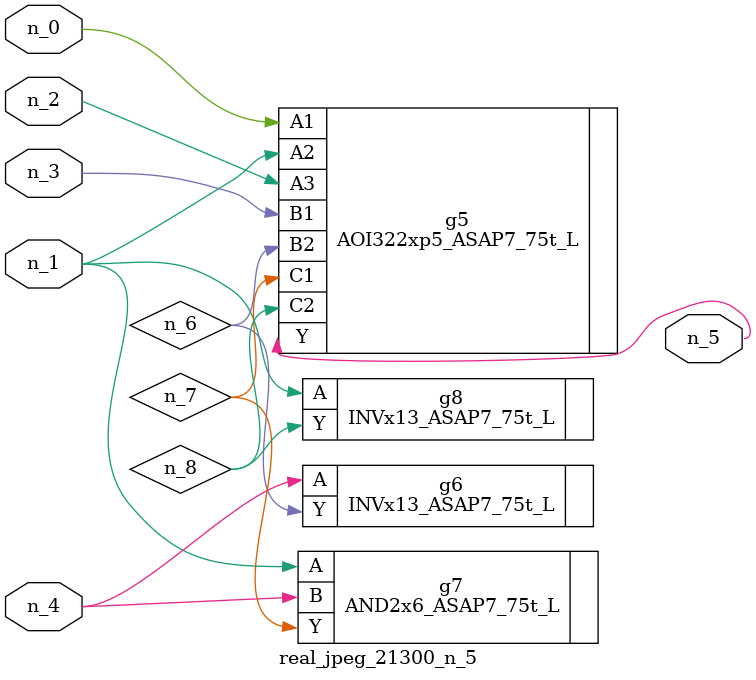
<source format=v>
module real_jpeg_21300_n_5 (n_4, n_0, n_1, n_2, n_3, n_5);

input n_4;
input n_0;
input n_1;
input n_2;
input n_3;

output n_5;

wire n_8;
wire n_6;
wire n_7;

AOI322xp5_ASAP7_75t_L g5 ( 
.A1(n_0),
.A2(n_1),
.A3(n_2),
.B1(n_3),
.B2(n_6),
.C1(n_7),
.C2(n_8),
.Y(n_5)
);

AND2x6_ASAP7_75t_L g7 ( 
.A(n_1),
.B(n_4),
.Y(n_7)
);

INVx13_ASAP7_75t_L g8 ( 
.A(n_1),
.Y(n_8)
);

INVx13_ASAP7_75t_L g6 ( 
.A(n_4),
.Y(n_6)
);


endmodule
</source>
